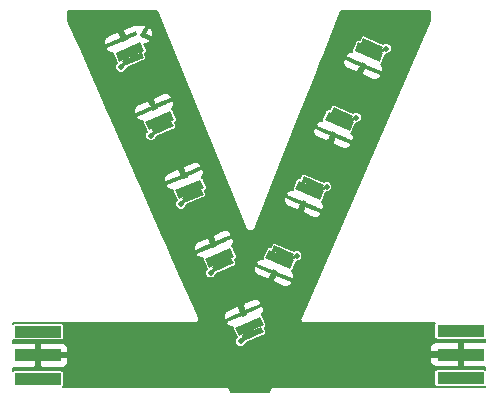
<source format=gtl>
G04 #@! TF.FileFunction,Copper,L1,Top,Signal*
%FSLAX46Y46*%
G04 Gerber Fmt 4.6, Leading zero omitted, Abs format (unit mm)*
G04 Created by KiCad (PCBNEW 4.0.0-rc2-stable) date 3/3/2016 3:48:31 PM*
%MOMM*%
G01*
G04 APERTURE LIST*
%ADD10C,0.150000*%
%ADD11C,0.500000*%
%ADD12R,4.000000X1.000000*%
%ADD13C,0.600000*%
%ADD14C,0.254000*%
%ADD15C,0.152400*%
G04 APERTURE END LIST*
D10*
G36*
X76600051Y-21338384D02*
X78253344Y-22050157D01*
X78055629Y-22509406D01*
X76402336Y-21797633D01*
X76600051Y-21338384D01*
X76600051Y-21338384D01*
G37*
G36*
X75583523Y-23067335D02*
X77696065Y-23976822D01*
X77569527Y-24270741D01*
X75456985Y-23361254D01*
X75583523Y-23067335D01*
X75583523Y-23067335D01*
G37*
G36*
X76172712Y-21698776D02*
X78285254Y-22608263D01*
X77968910Y-23343060D01*
X75856368Y-22433573D01*
X76172712Y-21698776D01*
X76172712Y-21698776D01*
G37*
D11*
X78509122Y-22214711D03*
D10*
G36*
X74083282Y-27184297D02*
X75736575Y-27896070D01*
X75538860Y-28355319D01*
X73885567Y-27643546D01*
X74083282Y-27184297D01*
X74083282Y-27184297D01*
G37*
G36*
X73066754Y-28913248D02*
X75179296Y-29822735D01*
X75052758Y-30116654D01*
X72940216Y-29207167D01*
X73066754Y-28913248D01*
X73066754Y-28913248D01*
G37*
G36*
X73655943Y-27544689D02*
X75768485Y-28454176D01*
X75452141Y-29188973D01*
X73339599Y-28279486D01*
X73655943Y-27544689D01*
X73655943Y-27544689D01*
G37*
D11*
X75992353Y-28060624D03*
D10*
G36*
X71566513Y-33030206D02*
X73219806Y-33741979D01*
X73022091Y-34201228D01*
X71368798Y-33489455D01*
X71566513Y-33030206D01*
X71566513Y-33030206D01*
G37*
G36*
X70549985Y-34759157D02*
X72662527Y-35668644D01*
X72535989Y-35962563D01*
X70423447Y-35053076D01*
X70549985Y-34759157D01*
X70549985Y-34759157D01*
G37*
G36*
X71139174Y-33390598D02*
X73251716Y-34300085D01*
X72935372Y-35034882D01*
X70822830Y-34125395D01*
X71139174Y-33390598D01*
X71139174Y-33390598D01*
G37*
D11*
X73475584Y-33906533D03*
D10*
G36*
X69049743Y-38876119D02*
X70703036Y-39587892D01*
X70505321Y-40047141D01*
X68852028Y-39335368D01*
X69049743Y-38876119D01*
X69049743Y-38876119D01*
G37*
G36*
X68033215Y-40605070D02*
X70145757Y-41514557D01*
X70019219Y-41808476D01*
X67906677Y-40898989D01*
X68033215Y-40605070D01*
X68033215Y-40605070D01*
G37*
G36*
X68622404Y-39236511D02*
X70734946Y-40145998D01*
X70418602Y-40880795D01*
X68306060Y-39971308D01*
X68622404Y-39236511D01*
X68622404Y-39236511D01*
G37*
D11*
X70958814Y-39752446D03*
D10*
G36*
X68144577Y-46214946D02*
X66494760Y-46934740D01*
X66294817Y-46476458D01*
X67944634Y-45756664D01*
X68144577Y-46214946D01*
X68144577Y-46214946D01*
G37*
G36*
X67577945Y-44291011D02*
X65469846Y-45210748D01*
X65341883Y-44917447D01*
X67449982Y-43997710D01*
X67577945Y-44291011D01*
X67577945Y-44291011D01*
G37*
G36*
X68173775Y-45656692D02*
X66065676Y-46576430D01*
X65745767Y-45843178D01*
X67853866Y-44923440D01*
X68173775Y-45656692D01*
X68173775Y-45656692D01*
G37*
D11*
X66199796Y-47008878D03*
D10*
G36*
X65610407Y-40406440D02*
X63960590Y-41126234D01*
X63760647Y-40667952D01*
X65410464Y-39948158D01*
X65610407Y-40406440D01*
X65610407Y-40406440D01*
G37*
G36*
X65043775Y-38482505D02*
X62935676Y-39402242D01*
X62807713Y-39108941D01*
X64915812Y-38189204D01*
X65043775Y-38482505D01*
X65043775Y-38482505D01*
G37*
G36*
X65639605Y-39848186D02*
X63531506Y-40767924D01*
X63211597Y-40034672D01*
X65319696Y-39114934D01*
X65639605Y-39848186D01*
X65639605Y-39848186D01*
G37*
D11*
X63665626Y-41200372D03*
D10*
G36*
X63076231Y-34597932D02*
X61426414Y-35317726D01*
X61226471Y-34859444D01*
X62876288Y-34139650D01*
X63076231Y-34597932D01*
X63076231Y-34597932D01*
G37*
G36*
X62509599Y-32673997D02*
X60401500Y-33593734D01*
X60273537Y-33300433D01*
X62381636Y-32380696D01*
X62509599Y-32673997D01*
X62509599Y-32673997D01*
G37*
G36*
X63105429Y-34039678D02*
X60997330Y-34959416D01*
X60677421Y-34226164D01*
X62785520Y-33306426D01*
X63105429Y-34039678D01*
X63105429Y-34039678D01*
G37*
D11*
X61131450Y-35391864D03*
D10*
G36*
X60542052Y-28789428D02*
X58892235Y-29509222D01*
X58692292Y-29050940D01*
X60342109Y-28331146D01*
X60542052Y-28789428D01*
X60542052Y-28789428D01*
G37*
G36*
X59975420Y-26865493D02*
X57867321Y-27785230D01*
X57739358Y-27491929D01*
X59847457Y-26572192D01*
X59975420Y-26865493D01*
X59975420Y-26865493D01*
G37*
G36*
X60571250Y-28231174D02*
X58463151Y-29150912D01*
X58143242Y-28417660D01*
X60251341Y-27497922D01*
X60571250Y-28231174D01*
X60571250Y-28231174D01*
G37*
D11*
X58597271Y-29583360D03*
D10*
G36*
X58007877Y-22980922D02*
X56358060Y-23700716D01*
X56158117Y-23242434D01*
X57807934Y-22522640D01*
X58007877Y-22980922D01*
X58007877Y-22980922D01*
G37*
G36*
X57441245Y-21056987D02*
X55333146Y-21976724D01*
X55205183Y-21683423D01*
X57313282Y-20763686D01*
X57441245Y-21056987D01*
X57441245Y-21056987D01*
G37*
G36*
X58037075Y-22422668D02*
X55928976Y-23342406D01*
X55609067Y-22609154D01*
X57717166Y-21689416D01*
X58037075Y-22422668D01*
X58037075Y-22422668D01*
G37*
D11*
X56063096Y-23774854D03*
D12*
X84825836Y-50117210D03*
X84825836Y-48117210D03*
X84825836Y-46117210D03*
D13*
X83825836Y-50117210D03*
X83825836Y-48117210D03*
X83825836Y-46117210D03*
D12*
X49020840Y-46192207D03*
X49020840Y-48192207D03*
X49020840Y-50192207D03*
D13*
X50020840Y-46192207D03*
X50020840Y-48192207D03*
X50020840Y-50192207D03*
D11*
X57960222Y-21028373D03*
D14*
X77330000Y-21920000D02*
X77070000Y-22520000D01*
X77330000Y-21920000D02*
X77070000Y-22520000D01*
X77330000Y-21920000D02*
X77070000Y-22520000D01*
X77330000Y-21920000D02*
X77070000Y-22520000D01*
X77330000Y-21920000D02*
X77070000Y-22520000D01*
X77330000Y-21920000D02*
X77070000Y-22520000D01*
X77330000Y-21920000D02*
X77070000Y-22520000D01*
X77330000Y-21920000D02*
X77070000Y-22520000D01*
X77330000Y-21920000D02*
X77070000Y-22520000D01*
X77070000Y-22520000D02*
X78510000Y-22210000D01*
X77070000Y-22520000D02*
X78510000Y-22210000D01*
X77070000Y-22520000D02*
X78510000Y-22210000D01*
X77070000Y-22520000D02*
X78510000Y-22210000D01*
X77070000Y-22520000D02*
X78510000Y-22210000D01*
X77070000Y-22520000D02*
X78510000Y-22210000D01*
X77070000Y-22520000D02*
X78510000Y-22210000D01*
X77070000Y-22520000D02*
X78510000Y-22210000D01*
X77070000Y-22520000D02*
X78510000Y-22210000D01*
X74810000Y-27770000D02*
X74550000Y-28370000D01*
X74810000Y-27770000D02*
X74550000Y-28370000D01*
X74810000Y-27770000D02*
X74550000Y-28370000D01*
X74810000Y-27770000D02*
X74550000Y-28370000D01*
X74810000Y-27770000D02*
X74550000Y-28370000D01*
X74810000Y-27770000D02*
X74550000Y-28370000D01*
X74810000Y-27770000D02*
X74550000Y-28370000D01*
X74810000Y-27770000D02*
X74550000Y-28370000D01*
X74810000Y-27770000D02*
X74550000Y-28370000D01*
X74550000Y-28370000D02*
X75990000Y-28060000D01*
X74550000Y-28370000D02*
X75990000Y-28060000D01*
X74550000Y-28370000D02*
X75990000Y-28060000D01*
X74550000Y-28370000D02*
X75990000Y-28060000D01*
X74550000Y-28370000D02*
X75990000Y-28060000D01*
X74550000Y-28370000D02*
X75990000Y-28060000D01*
X74550000Y-28370000D02*
X75990000Y-28060000D01*
X74550000Y-28370000D02*
X75990000Y-28060000D01*
X74550000Y-28370000D02*
X75990000Y-28060000D01*
X72290000Y-33620000D02*
X72040000Y-34210000D01*
X72290000Y-33620000D02*
X72040000Y-34210000D01*
X72290000Y-33620000D02*
X72040000Y-34210000D01*
X72290000Y-33620000D02*
X72040000Y-34210000D01*
X72290000Y-33620000D02*
X72040000Y-34210000D01*
X72290000Y-33620000D02*
X72040000Y-34210000D01*
X72290000Y-33620000D02*
X72040000Y-34210000D01*
X72290000Y-33620000D02*
X72040000Y-34210000D01*
X72290000Y-33620000D02*
X72040000Y-34210000D01*
X72040000Y-34210000D02*
X73480000Y-33910000D01*
X72040000Y-34210000D02*
X73480000Y-33910000D01*
X72040000Y-34210000D02*
X73480000Y-33910000D01*
X72040000Y-34210000D02*
X73480000Y-33910000D01*
X72040000Y-34210000D02*
X73480000Y-33910000D01*
X72040000Y-34210000D02*
X73480000Y-33910000D01*
X72040000Y-34210000D02*
X73480000Y-33910000D01*
X72040000Y-34210000D02*
X73480000Y-33910000D01*
X72040000Y-34210000D02*
X73480000Y-33910000D01*
X69780000Y-39460000D02*
X69520000Y-40060000D01*
X69780000Y-39460000D02*
X69520000Y-40060000D01*
X69780000Y-39460000D02*
X69520000Y-40060000D01*
X69780000Y-39460000D02*
X69520000Y-40060000D01*
X69780000Y-39460000D02*
X69520000Y-40060000D01*
X69780000Y-39460000D02*
X69520000Y-40060000D01*
X69780000Y-39460000D02*
X69520000Y-40060000D01*
X69780000Y-39460000D02*
X69520000Y-40060000D01*
X69780000Y-39460000D02*
X69520000Y-40060000D01*
X69520000Y-40060000D02*
X70960000Y-39750000D01*
X69520000Y-40060000D02*
X70960000Y-39750000D01*
X69520000Y-40060000D02*
X70960000Y-39750000D01*
X69520000Y-40060000D02*
X70960000Y-39750000D01*
X69520000Y-40060000D02*
X70960000Y-39750000D01*
X69520000Y-40060000D02*
X70960000Y-39750000D01*
X69520000Y-40060000D02*
X70960000Y-39750000D01*
X69520000Y-40060000D02*
X70960000Y-39750000D01*
X69520000Y-40060000D02*
X70960000Y-39750000D01*
X67220000Y-46350000D02*
X66960000Y-45750000D01*
X67220000Y-46350000D02*
X66960000Y-45750000D01*
X67220000Y-46350000D02*
X66960000Y-45750000D01*
X67220000Y-46350000D02*
X66960000Y-45750000D01*
X67220000Y-46350000D02*
X66960000Y-45750000D01*
X67220000Y-46350000D02*
X66960000Y-45750000D01*
X67220000Y-46350000D02*
X66960000Y-45750000D01*
X67220000Y-46350000D02*
X66960000Y-45750000D01*
X67220000Y-46350000D02*
X66960000Y-45750000D01*
X66960000Y-45750000D02*
X66200000Y-47010000D01*
X66960000Y-45750000D02*
X66200000Y-47010000D01*
X66960000Y-45750000D02*
X66200000Y-47010000D01*
X66960000Y-45750000D02*
X66200000Y-47010000D01*
X66960000Y-45750000D02*
X66200000Y-47010000D01*
X66960000Y-45750000D02*
X66200000Y-47010000D01*
X66960000Y-45750000D02*
X66200000Y-47010000D01*
X66960000Y-45750000D02*
X66200000Y-47010000D01*
X66960000Y-45750000D02*
X66200000Y-47010000D01*
X64690000Y-40540000D02*
X64430000Y-39940000D01*
X64690000Y-40540000D02*
X64430000Y-39940000D01*
X64690000Y-40540000D02*
X64430000Y-39940000D01*
X64690000Y-40540000D02*
X64430000Y-39940000D01*
X64690000Y-40540000D02*
X64430000Y-39940000D01*
X64690000Y-40540000D02*
X64430000Y-39940000D01*
X64690000Y-40540000D02*
X64430000Y-39940000D01*
X64690000Y-40540000D02*
X64430000Y-39940000D01*
X64690000Y-40540000D02*
X64430000Y-39940000D01*
X64430000Y-39940000D02*
X63670000Y-41200000D01*
X64430000Y-39940000D02*
X63670000Y-41200000D01*
X64430000Y-39940000D02*
X63670000Y-41200000D01*
X64430000Y-39940000D02*
X63670000Y-41200000D01*
X64430000Y-39940000D02*
X63670000Y-41200000D01*
X64430000Y-39940000D02*
X63670000Y-41200000D01*
X64430000Y-39940000D02*
X63670000Y-41200000D01*
X64430000Y-39940000D02*
X63670000Y-41200000D01*
X64430000Y-39940000D02*
X63670000Y-41200000D01*
X62150000Y-34730000D02*
X61890000Y-34130000D01*
X62150000Y-34730000D02*
X61890000Y-34130000D01*
X62150000Y-34730000D02*
X61890000Y-34130000D01*
X62150000Y-34730000D02*
X61890000Y-34130000D01*
X62150000Y-34730000D02*
X61890000Y-34130000D01*
X62150000Y-34730000D02*
X61890000Y-34130000D01*
X62150000Y-34730000D02*
X61890000Y-34130000D01*
X62150000Y-34730000D02*
X61890000Y-34130000D01*
X62150000Y-34730000D02*
X61890000Y-34130000D01*
X61890000Y-34130000D02*
X61130000Y-35390000D01*
X61890000Y-34130000D02*
X61130000Y-35390000D01*
X61890000Y-34130000D02*
X61130000Y-35390000D01*
X61890000Y-34130000D02*
X61130000Y-35390000D01*
X61890000Y-34130000D02*
X61130000Y-35390000D01*
X61890000Y-34130000D02*
X61130000Y-35390000D01*
X61890000Y-34130000D02*
X61130000Y-35390000D01*
X61890000Y-34130000D02*
X61130000Y-35390000D01*
X61890000Y-34130000D02*
X61130000Y-35390000D01*
X59620000Y-28920000D02*
X59360000Y-28320000D01*
X59620000Y-28920000D02*
X59360000Y-28320000D01*
X59620000Y-28920000D02*
X59360000Y-28320000D01*
X59620000Y-28920000D02*
X59360000Y-28320000D01*
X59620000Y-28920000D02*
X59360000Y-28320000D01*
X59620000Y-28920000D02*
X59360000Y-28320000D01*
X59620000Y-28920000D02*
X59360000Y-28320000D01*
X59620000Y-28920000D02*
X59360000Y-28320000D01*
X59620000Y-28920000D02*
X59360000Y-28320000D01*
X59360000Y-28320000D02*
X58600000Y-29580000D01*
X59360000Y-28320000D02*
X58600000Y-29580000D01*
X59360000Y-28320000D02*
X58600000Y-29580000D01*
X59360000Y-28320000D02*
X58600000Y-29580000D01*
X59360000Y-28320000D02*
X58600000Y-29580000D01*
X59360000Y-28320000D02*
X58600000Y-29580000D01*
X59360000Y-28320000D02*
X58600000Y-29580000D01*
X59360000Y-28320000D02*
X58600000Y-29580000D01*
X59360000Y-28320000D02*
X58600000Y-29580000D01*
X57080000Y-23110000D02*
X56820000Y-22520000D01*
X57080000Y-23110000D02*
X56820000Y-22520000D01*
X57080000Y-23110000D02*
X56820000Y-22520000D01*
X57080000Y-23110000D02*
X56820000Y-22520000D01*
X57080000Y-23110000D02*
X56820000Y-22520000D01*
X57080000Y-23110000D02*
X56820000Y-22520000D01*
X57080000Y-23110000D02*
X56820000Y-22520000D01*
X57080000Y-23110000D02*
X56820000Y-22520000D01*
X57080000Y-23110000D02*
X56820000Y-22520000D01*
X56820000Y-22520000D02*
X56060000Y-23770000D01*
X56820000Y-22520000D02*
X56060000Y-23770000D01*
X56820000Y-22520000D02*
X56060000Y-23770000D01*
X56820000Y-22520000D02*
X56060000Y-23770000D01*
X56820000Y-22520000D02*
X56060000Y-23770000D01*
X56820000Y-22520000D02*
X56060000Y-23770000D01*
X56820000Y-22520000D02*
X56060000Y-23770000D01*
X56820000Y-22520000D02*
X56060000Y-23770000D01*
X56820000Y-22520000D02*
X56060000Y-23770000D01*
D15*
G36*
X66641960Y-37495041D02*
X66642438Y-37495766D01*
X66642607Y-37496616D01*
X66672325Y-37541092D01*
X66701800Y-37585793D01*
X66702519Y-37586280D01*
X66703000Y-37587000D01*
X66747452Y-37616702D01*
X66791813Y-37646737D01*
X66792664Y-37646912D01*
X66793384Y-37647393D01*
X66845743Y-37657808D01*
X66898297Y-37668596D01*
X66899152Y-37668431D01*
X66900000Y-37668600D01*
X67130000Y-37668600D01*
X67132070Y-37668188D01*
X67134144Y-37668569D01*
X67185299Y-37657600D01*
X67236616Y-37647393D01*
X67238370Y-37646221D01*
X67240432Y-37645779D01*
X67283510Y-37616060D01*
X67327000Y-37587000D01*
X67328171Y-37585247D01*
X67329908Y-37584049D01*
X67358327Y-37540117D01*
X67387393Y-37496616D01*
X67387805Y-37494547D01*
X67388950Y-37492776D01*
X67989135Y-35980566D01*
X71469770Y-35980566D01*
X71546163Y-36172465D01*
X72198245Y-36453198D01*
X72411712Y-36545099D01*
X72644099Y-36548315D01*
X72860028Y-36462356D01*
X73026624Y-36300307D01*
X73046457Y-36254240D01*
X72970063Y-36062341D01*
X71674661Y-35504647D01*
X71469770Y-35980566D01*
X67989135Y-35980566D01*
X68314342Y-35161186D01*
X69837695Y-35161186D01*
X69923656Y-35377115D01*
X70085705Y-35543711D01*
X70299171Y-35635612D01*
X70951253Y-35916345D01*
X71143152Y-35839951D01*
X71348044Y-35364032D01*
X70052643Y-34806338D01*
X69860744Y-34882732D01*
X69840911Y-34928800D01*
X69837695Y-35161186D01*
X68314342Y-35161186D01*
X68589669Y-34467480D01*
X70039517Y-34467480D01*
X70115911Y-34659379D01*
X71411313Y-35217073D01*
X71442947Y-35143593D01*
X71769564Y-35284208D01*
X71737930Y-35357688D01*
X73033331Y-35915382D01*
X73225230Y-35838988D01*
X73245063Y-35792920D01*
X73248279Y-35560534D01*
X73162318Y-35344605D01*
X73052139Y-35231334D01*
X73096729Y-35203076D01*
X73149453Y-35127048D01*
X73465797Y-34392251D01*
X73467394Y-34385126D01*
X73570366Y-34385216D01*
X73746335Y-34312507D01*
X73881084Y-34177992D01*
X73954100Y-34002150D01*
X73954267Y-33811751D01*
X73881558Y-33635782D01*
X73747043Y-33501033D01*
X73571201Y-33428017D01*
X73380802Y-33427850D01*
X73227099Y-33491359D01*
X71658679Y-32816125D01*
X71574566Y-32797267D01*
X71483306Y-32812486D01*
X71405156Y-32862012D01*
X71352432Y-32938040D01*
X71246883Y-33183208D01*
X71231340Y-33176517D01*
X71147227Y-33157659D01*
X71055967Y-33172878D01*
X70977817Y-33222404D01*
X70925093Y-33298432D01*
X70608749Y-34033229D01*
X70589891Y-34117342D01*
X70599604Y-34175588D01*
X70441875Y-34173405D01*
X70225946Y-34259364D01*
X70059350Y-34421413D01*
X70039517Y-34467480D01*
X68589669Y-34467480D01*
X70309337Y-30134657D01*
X73986539Y-30134657D01*
X74062932Y-30326556D01*
X74715014Y-30607289D01*
X74928481Y-30699190D01*
X75160868Y-30702406D01*
X75376797Y-30616447D01*
X75543393Y-30454398D01*
X75563226Y-30408331D01*
X75486832Y-30216432D01*
X74191430Y-29658738D01*
X73986539Y-30134657D01*
X70309337Y-30134657D01*
X70634544Y-29315277D01*
X72354464Y-29315277D01*
X72440425Y-29531206D01*
X72602474Y-29697802D01*
X72815940Y-29789703D01*
X73468022Y-30070436D01*
X73659921Y-29994042D01*
X73864813Y-29518123D01*
X72569412Y-28960429D01*
X72377513Y-29036823D01*
X72357680Y-29082891D01*
X72354464Y-29315277D01*
X70634544Y-29315277D01*
X70909871Y-28621571D01*
X72556286Y-28621571D01*
X72632680Y-28813470D01*
X73928082Y-29371164D01*
X73959716Y-29297684D01*
X74286333Y-29438299D01*
X74254699Y-29511779D01*
X75550100Y-30069473D01*
X75741999Y-29993079D01*
X75761832Y-29947011D01*
X75765048Y-29714625D01*
X75679087Y-29498696D01*
X75568908Y-29385425D01*
X75613498Y-29357167D01*
X75666222Y-29281139D01*
X75982566Y-28546342D01*
X75984163Y-28539217D01*
X76087135Y-28539307D01*
X76263104Y-28466598D01*
X76397853Y-28332083D01*
X76470869Y-28156241D01*
X76471036Y-27965842D01*
X76398327Y-27789873D01*
X76263812Y-27655124D01*
X76087970Y-27582108D01*
X75897571Y-27581941D01*
X75743868Y-27645450D01*
X74175448Y-26970216D01*
X74091335Y-26951358D01*
X74000075Y-26966577D01*
X73921925Y-27016103D01*
X73869201Y-27092131D01*
X73763652Y-27337299D01*
X73748109Y-27330608D01*
X73663996Y-27311750D01*
X73572736Y-27326969D01*
X73494586Y-27376495D01*
X73441862Y-27452523D01*
X73125518Y-28187320D01*
X73106660Y-28271433D01*
X73116373Y-28329679D01*
X72958644Y-28327496D01*
X72742715Y-28413455D01*
X72576119Y-28575504D01*
X72556286Y-28621571D01*
X70909871Y-28621571D01*
X72629542Y-24288744D01*
X76503308Y-24288744D01*
X76579701Y-24480643D01*
X77231783Y-24761376D01*
X77445250Y-24853277D01*
X77677637Y-24856493D01*
X77893566Y-24770534D01*
X78060162Y-24608485D01*
X78079995Y-24562418D01*
X78003601Y-24370519D01*
X76708199Y-23812825D01*
X76503308Y-24288744D01*
X72629542Y-24288744D01*
X72954749Y-23469364D01*
X74871233Y-23469364D01*
X74957194Y-23685293D01*
X75119243Y-23851889D01*
X75332709Y-23943790D01*
X75984791Y-24224523D01*
X76176690Y-24148129D01*
X76381582Y-23672210D01*
X75086181Y-23114516D01*
X74894282Y-23190910D01*
X74874449Y-23236978D01*
X74871233Y-23469364D01*
X72954749Y-23469364D01*
X73230076Y-22775658D01*
X75073055Y-22775658D01*
X75149449Y-22967557D01*
X76444851Y-23525251D01*
X76476485Y-23451771D01*
X76803102Y-23592386D01*
X76771468Y-23665866D01*
X78066869Y-24223560D01*
X78258768Y-24147166D01*
X78278601Y-24101098D01*
X78281817Y-23868712D01*
X78195856Y-23652783D01*
X78085677Y-23539512D01*
X78130267Y-23511254D01*
X78182991Y-23435226D01*
X78499335Y-22700429D01*
X78500932Y-22693304D01*
X78603904Y-22693394D01*
X78779873Y-22620685D01*
X78914622Y-22486170D01*
X78987638Y-22310328D01*
X78987805Y-22119929D01*
X78915096Y-21943960D01*
X78780581Y-21809211D01*
X78604739Y-21736195D01*
X78414340Y-21736028D01*
X78260637Y-21799537D01*
X76692217Y-21124303D01*
X76608104Y-21105445D01*
X76516844Y-21120664D01*
X76438694Y-21170190D01*
X76385970Y-21246218D01*
X76280421Y-21491386D01*
X76264878Y-21484695D01*
X76180765Y-21465837D01*
X76089505Y-21481056D01*
X76011355Y-21530582D01*
X75958631Y-21606610D01*
X75642287Y-22341407D01*
X75623429Y-22425520D01*
X75633142Y-22483766D01*
X75475413Y-22481583D01*
X75259484Y-22567542D01*
X75092888Y-22729591D01*
X75073055Y-22775658D01*
X73230076Y-22775658D01*
X74729167Y-18998600D01*
X82231400Y-18998600D01*
X82231400Y-19921878D01*
X71274640Y-45038603D01*
X71274076Y-45041185D01*
X71272607Y-45043384D01*
X71262502Y-45094187D01*
X71251448Y-45144805D01*
X71251916Y-45147408D01*
X71251400Y-45150000D01*
X71261506Y-45200805D01*
X71270664Y-45251798D01*
X71272091Y-45254023D01*
X71272607Y-45256616D01*
X71301383Y-45299682D01*
X71329360Y-45343292D01*
X71331532Y-45344802D01*
X71333000Y-45347000D01*
X71376073Y-45375781D01*
X71418603Y-45405360D01*
X71421185Y-45405924D01*
X71423384Y-45407393D01*
X71474187Y-45417498D01*
X71524805Y-45428552D01*
X71527408Y-45428084D01*
X71530000Y-45428600D01*
X82696789Y-45428600D01*
X82663318Y-45450138D01*
X82611121Y-45526530D01*
X82592758Y-45617210D01*
X82592758Y-46617210D01*
X82608698Y-46701924D01*
X82658764Y-46779728D01*
X82735156Y-46831925D01*
X82825836Y-46850288D01*
X86825836Y-46850288D01*
X86910550Y-46834348D01*
X86931400Y-46820931D01*
X86931400Y-47033010D01*
X85149686Y-47033010D01*
X85003636Y-47179060D01*
X85003636Y-47939410D01*
X85023636Y-47939410D01*
X85023636Y-48295010D01*
X85003636Y-48295010D01*
X85003636Y-49055360D01*
X85149686Y-49201410D01*
X86931400Y-49201410D01*
X86931400Y-49412665D01*
X86916516Y-49402495D01*
X86825836Y-49384132D01*
X82825836Y-49384132D01*
X82741122Y-49400072D01*
X82663318Y-49450138D01*
X82611121Y-49526530D01*
X82592758Y-49617210D01*
X82592758Y-50617210D01*
X82608698Y-50701924D01*
X82658764Y-50779728D01*
X82735156Y-50831925D01*
X82825836Y-50850288D01*
X86825836Y-50850288D01*
X86910550Y-50834348D01*
X86931400Y-50820931D01*
X86931400Y-50871400D01*
X68910000Y-50871400D01*
X68857575Y-50881828D01*
X68804885Y-50891990D01*
X68804194Y-50892446D01*
X68803384Y-50892607D01*
X68758921Y-50922316D01*
X68714151Y-50951855D01*
X68713687Y-50952541D01*
X68713000Y-50953000D01*
X68683225Y-50997562D01*
X68653233Y-51041887D01*
X68565016Y-51251400D01*
X65414984Y-51251400D01*
X65326768Y-51041887D01*
X65296761Y-50997541D01*
X65267000Y-50953000D01*
X65266312Y-50952540D01*
X65265849Y-50951856D01*
X65221198Y-50922396D01*
X65176616Y-50892607D01*
X65175804Y-50892445D01*
X65175115Y-50891991D01*
X65122509Y-50881844D01*
X65070000Y-50871400D01*
X51164522Y-50871400D01*
X51183358Y-50859279D01*
X51235555Y-50782887D01*
X51253918Y-50692207D01*
X51253918Y-49692207D01*
X51237978Y-49607493D01*
X51187912Y-49529689D01*
X51111520Y-49477492D01*
X51020840Y-49459129D01*
X47020840Y-49459129D01*
X46936126Y-49475069D01*
X46908600Y-49492782D01*
X46908600Y-49276407D01*
X48696990Y-49276407D01*
X48843040Y-49130357D01*
X48843040Y-48370007D01*
X48823040Y-48370007D01*
X48823040Y-48130540D01*
X49121428Y-48130540D01*
X49166293Y-48479424D01*
X49198640Y-48557517D01*
X49198640Y-49130357D01*
X49344690Y-49276407D01*
X51137044Y-49276407D01*
X51351762Y-49187468D01*
X51516101Y-49023130D01*
X51605040Y-48808412D01*
X51605040Y-48516057D01*
X51458990Y-48370007D01*
X50888760Y-48370007D01*
X50920252Y-48253874D01*
X50889458Y-48014407D01*
X51458990Y-48014407D01*
X51605040Y-47868357D01*
X51605040Y-47576002D01*
X51573976Y-47501005D01*
X82241636Y-47501005D01*
X82241636Y-47793360D01*
X82387686Y-47939410D01*
X82957916Y-47939410D01*
X82926424Y-48055543D01*
X82957218Y-48295010D01*
X82387686Y-48295010D01*
X82241636Y-48441060D01*
X82241636Y-48733415D01*
X82330575Y-48948133D01*
X82494914Y-49112471D01*
X82709632Y-49201410D01*
X84501986Y-49201410D01*
X84648036Y-49055360D01*
X84648036Y-48463608D01*
X84725248Y-48178877D01*
X84680383Y-47829993D01*
X84648036Y-47751900D01*
X84648036Y-47179060D01*
X84501986Y-47033010D01*
X82709632Y-47033010D01*
X82494914Y-47121949D01*
X82330575Y-47286287D01*
X82241636Y-47501005D01*
X51573976Y-47501005D01*
X51516101Y-47361284D01*
X51351762Y-47196946D01*
X51137044Y-47108007D01*
X49344690Y-47108007D01*
X49198640Y-47254057D01*
X49198640Y-47845809D01*
X49121428Y-48130540D01*
X48823040Y-48130540D01*
X48823040Y-48014407D01*
X48843040Y-48014407D01*
X48843040Y-47254057D01*
X48696990Y-47108007D01*
X46908600Y-47108007D01*
X46908600Y-46892191D01*
X46930160Y-46906922D01*
X47020840Y-46925285D01*
X51020840Y-46925285D01*
X51105554Y-46909345D01*
X51183358Y-46859279D01*
X51235555Y-46782887D01*
X51253918Y-46692207D01*
X51253918Y-45692207D01*
X51237978Y-45607493D01*
X51187912Y-45529689D01*
X51151633Y-45504900D01*
X64960801Y-45504900D01*
X64980857Y-45550871D01*
X65148239Y-45712108D01*
X65364582Y-45797018D01*
X65522572Y-45794064D01*
X65512705Y-45845925D01*
X65532136Y-45936383D01*
X65852045Y-46669635D01*
X65856151Y-46675671D01*
X65794296Y-46737419D01*
X65721280Y-46913261D01*
X65721113Y-47103660D01*
X65793822Y-47279629D01*
X65928337Y-47414378D01*
X66104179Y-47487394D01*
X66294578Y-47487561D01*
X66470547Y-47414852D01*
X66605296Y-47280337D01*
X66676051Y-47109940D01*
X68237782Y-46428577D01*
X68309053Y-46380091D01*
X68360346Y-46303089D01*
X68377639Y-46212199D01*
X68358208Y-46121741D01*
X68251470Y-45877090D01*
X68266980Y-45870323D01*
X68338251Y-45821837D01*
X68389544Y-45744836D01*
X68406837Y-45653945D01*
X68387406Y-45563487D01*
X68067497Y-44830235D01*
X68019011Y-44758964D01*
X67969866Y-44726227D01*
X68079305Y-44612619D01*
X68164216Y-44396275D01*
X68159871Y-44163907D01*
X68139815Y-44117937D01*
X67947548Y-44042476D01*
X66654870Y-44606455D01*
X66686861Y-44679780D01*
X66360931Y-44821979D01*
X66328940Y-44748654D01*
X65036262Y-45312633D01*
X64960801Y-45504900D01*
X51151633Y-45504900D01*
X51111520Y-45477492D01*
X51020840Y-45459129D01*
X47020840Y-45459129D01*
X46936126Y-45475069D01*
X46908600Y-45492782D01*
X46908600Y-45428600D01*
X62420000Y-45428600D01*
X62423101Y-45427983D01*
X62426216Y-45428531D01*
X62476301Y-45417401D01*
X62526616Y-45407393D01*
X62529246Y-45405636D01*
X62532332Y-45404950D01*
X62574336Y-45375508D01*
X62617000Y-45347000D01*
X62618757Y-45344370D01*
X62621347Y-45342555D01*
X62648892Y-45299270D01*
X62677393Y-45256616D01*
X62678010Y-45253514D01*
X62679708Y-45250846D01*
X62688594Y-45200305D01*
X62698600Y-45150000D01*
X62697983Y-45146899D01*
X62698531Y-45143784D01*
X62687401Y-45093699D01*
X62677393Y-45043384D01*
X62675636Y-45040754D01*
X62674950Y-45037668D01*
X62575601Y-44812183D01*
X64755612Y-44812183D01*
X64759957Y-45044551D01*
X64780013Y-45090521D01*
X64972280Y-45165982D01*
X66264958Y-44602003D01*
X66057757Y-44127085D01*
X65865489Y-44051624D01*
X65214779Y-44335521D01*
X65001761Y-44428458D01*
X64840523Y-44595839D01*
X64755612Y-44812183D01*
X62575601Y-44812183D01*
X62211091Y-43984886D01*
X66383688Y-43984886D01*
X66590888Y-44459804D01*
X67883566Y-43895825D01*
X67959027Y-43703558D01*
X67938971Y-43657587D01*
X67771589Y-43496350D01*
X67555246Y-43411440D01*
X67322877Y-43415784D01*
X67109859Y-43508721D01*
X66459149Y-43792618D01*
X66383688Y-43984886D01*
X62211091Y-43984886D01*
X61260090Y-41826479D01*
X68953000Y-41826479D01*
X69029393Y-42018378D01*
X69681475Y-42299111D01*
X69894942Y-42391012D01*
X70127329Y-42394228D01*
X70343258Y-42308269D01*
X70509854Y-42146220D01*
X70529687Y-42100153D01*
X70453293Y-41908254D01*
X69157891Y-41350560D01*
X68953000Y-41826479D01*
X61260090Y-41826479D01*
X60321566Y-39696394D01*
X62426631Y-39696394D01*
X62446687Y-39742365D01*
X62614069Y-39903602D01*
X62830412Y-39988512D01*
X62988402Y-39985558D01*
X62978535Y-40037419D01*
X62997966Y-40127877D01*
X63317875Y-40861129D01*
X63321981Y-40867165D01*
X63260126Y-40928913D01*
X63187110Y-41104755D01*
X63186943Y-41295154D01*
X63259652Y-41471123D01*
X63394167Y-41605872D01*
X63570009Y-41678888D01*
X63760408Y-41679055D01*
X63936377Y-41606346D01*
X64071126Y-41471831D01*
X64141881Y-41301434D01*
X64816517Y-41007099D01*
X67320925Y-41007099D01*
X67406886Y-41223028D01*
X67568935Y-41389624D01*
X67782401Y-41481525D01*
X68434483Y-41762258D01*
X68626382Y-41685864D01*
X68831274Y-41209945D01*
X67535873Y-40652251D01*
X67343974Y-40728645D01*
X67324141Y-40774713D01*
X67320925Y-41007099D01*
X64816517Y-41007099D01*
X65703612Y-40620071D01*
X65774883Y-40571585D01*
X65826176Y-40494583D01*
X65843469Y-40403693D01*
X65824072Y-40313393D01*
X67522747Y-40313393D01*
X67599141Y-40505292D01*
X68894543Y-41062986D01*
X68926177Y-40989506D01*
X69252794Y-41130121D01*
X69221160Y-41203601D01*
X70516561Y-41761295D01*
X70708460Y-41684901D01*
X70728293Y-41638833D01*
X70731509Y-41406447D01*
X70645548Y-41190518D01*
X70535369Y-41077247D01*
X70579959Y-41048989D01*
X70632683Y-40972961D01*
X70949027Y-40238164D01*
X70950624Y-40231039D01*
X71053596Y-40231129D01*
X71229565Y-40158420D01*
X71364314Y-40023905D01*
X71437330Y-39848063D01*
X71437497Y-39657664D01*
X71364788Y-39481695D01*
X71230273Y-39346946D01*
X71054431Y-39273930D01*
X70864032Y-39273763D01*
X70710329Y-39337272D01*
X69141909Y-38662038D01*
X69057796Y-38643180D01*
X68966536Y-38658399D01*
X68888386Y-38707925D01*
X68835662Y-38783953D01*
X68730113Y-39029121D01*
X68714570Y-39022430D01*
X68630457Y-39003572D01*
X68539197Y-39018791D01*
X68461047Y-39068317D01*
X68408323Y-39144345D01*
X68091979Y-39879142D01*
X68073121Y-39963255D01*
X68082834Y-40021501D01*
X67925105Y-40019318D01*
X67709176Y-40105277D01*
X67542580Y-40267326D01*
X67522747Y-40313393D01*
X65824072Y-40313393D01*
X65824038Y-40313235D01*
X65717300Y-40068584D01*
X65732810Y-40061817D01*
X65804081Y-40013331D01*
X65855374Y-39936330D01*
X65872667Y-39845439D01*
X65853236Y-39754981D01*
X65533327Y-39021729D01*
X65484841Y-38950458D01*
X65435696Y-38917721D01*
X65545135Y-38804113D01*
X65630046Y-38587769D01*
X65625701Y-38355401D01*
X65605645Y-38309431D01*
X65413378Y-38233970D01*
X64120700Y-38797949D01*
X64152691Y-38871274D01*
X63826761Y-39013473D01*
X63794770Y-38940148D01*
X62502092Y-39504127D01*
X62426631Y-39696394D01*
X60321566Y-39696394D01*
X60016352Y-39003677D01*
X62221442Y-39003677D01*
X62225787Y-39236045D01*
X62245843Y-39282015D01*
X62438110Y-39357476D01*
X63730788Y-38793497D01*
X63523587Y-38318579D01*
X63331319Y-38243118D01*
X62680609Y-38527015D01*
X62467591Y-38619952D01*
X62306353Y-38787333D01*
X62221442Y-39003677D01*
X60016352Y-39003677D01*
X59651842Y-38176380D01*
X63849518Y-38176380D01*
X64056718Y-38651298D01*
X65349396Y-38087319D01*
X65424857Y-37895052D01*
X65404801Y-37849081D01*
X65237419Y-37687844D01*
X65021076Y-37602934D01*
X64788707Y-37607278D01*
X64575689Y-37700215D01*
X63924979Y-37984112D01*
X63849518Y-38176380D01*
X59651842Y-38176380D01*
X57762315Y-33887886D01*
X59892455Y-33887886D01*
X59912511Y-33933857D01*
X60079893Y-34095094D01*
X60296236Y-34180004D01*
X60454226Y-34177050D01*
X60444359Y-34228911D01*
X60463790Y-34319369D01*
X60783699Y-35052621D01*
X60787805Y-35058657D01*
X60725950Y-35120405D01*
X60652934Y-35296247D01*
X60652767Y-35486646D01*
X60725476Y-35662615D01*
X60859991Y-35797364D01*
X61035833Y-35870380D01*
X61226232Y-35870547D01*
X61402201Y-35797838D01*
X61536950Y-35663323D01*
X61607705Y-35492926D01*
X63169436Y-34811563D01*
X63240707Y-34763077D01*
X63292000Y-34686075D01*
X63309293Y-34595185D01*
X63289862Y-34504727D01*
X63183124Y-34260076D01*
X63198634Y-34253309D01*
X63269905Y-34204823D01*
X63321198Y-34127822D01*
X63338491Y-34036931D01*
X63319060Y-33946473D01*
X62999151Y-33213221D01*
X62950665Y-33141950D01*
X62901520Y-33109213D01*
X63010959Y-32995605D01*
X63095870Y-32779261D01*
X63091525Y-32546893D01*
X63071469Y-32500923D01*
X62879202Y-32425462D01*
X61586524Y-32989441D01*
X61618515Y-33062766D01*
X61292585Y-33204965D01*
X61260594Y-33131640D01*
X59967916Y-33695619D01*
X59892455Y-33887886D01*
X57762315Y-33887886D01*
X57457101Y-33195169D01*
X59687266Y-33195169D01*
X59691611Y-33427537D01*
X59711667Y-33473507D01*
X59903934Y-33548968D01*
X61196612Y-32984989D01*
X60989411Y-32510071D01*
X60797143Y-32434610D01*
X60146433Y-32718507D01*
X59933415Y-32811444D01*
X59772177Y-32978825D01*
X59687266Y-33195169D01*
X57457101Y-33195169D01*
X57092591Y-32367872D01*
X61315342Y-32367872D01*
X61522542Y-32842790D01*
X62815220Y-32278811D01*
X62890681Y-32086544D01*
X62870625Y-32040573D01*
X62703243Y-31879336D01*
X62486900Y-31794426D01*
X62254531Y-31798770D01*
X62041513Y-31891707D01*
X61390803Y-32175604D01*
X61315342Y-32367872D01*
X57092591Y-32367872D01*
X55203065Y-28079382D01*
X57358276Y-28079382D01*
X57378332Y-28125353D01*
X57545714Y-28286590D01*
X57762057Y-28371500D01*
X57920047Y-28368546D01*
X57910180Y-28420407D01*
X57929611Y-28510865D01*
X58249520Y-29244117D01*
X58253626Y-29250153D01*
X58191771Y-29311901D01*
X58118755Y-29487743D01*
X58118588Y-29678142D01*
X58191297Y-29854111D01*
X58325812Y-29988860D01*
X58501654Y-30061876D01*
X58692053Y-30062043D01*
X58868022Y-29989334D01*
X59002771Y-29854819D01*
X59073526Y-29684422D01*
X60635257Y-29003059D01*
X60706528Y-28954573D01*
X60757821Y-28877571D01*
X60775114Y-28786681D01*
X60755683Y-28696223D01*
X60648945Y-28451572D01*
X60664455Y-28444805D01*
X60735726Y-28396319D01*
X60787019Y-28319318D01*
X60804312Y-28228427D01*
X60784881Y-28137969D01*
X60464972Y-27404717D01*
X60416486Y-27333446D01*
X60367341Y-27300709D01*
X60476780Y-27187101D01*
X60561691Y-26970757D01*
X60557346Y-26738389D01*
X60537290Y-26692419D01*
X60345023Y-26616958D01*
X59052345Y-27180937D01*
X59084336Y-27254262D01*
X58758406Y-27396461D01*
X58726415Y-27323136D01*
X57433737Y-27887115D01*
X57358276Y-28079382D01*
X55203065Y-28079382D01*
X54897851Y-27386665D01*
X57153087Y-27386665D01*
X57157432Y-27619033D01*
X57177488Y-27665003D01*
X57369755Y-27740464D01*
X58662433Y-27176485D01*
X58455232Y-26701567D01*
X58262964Y-26626106D01*
X57612254Y-26910003D01*
X57399236Y-27002940D01*
X57237998Y-27170321D01*
X57153087Y-27386665D01*
X54897851Y-27386665D01*
X54533341Y-26559368D01*
X58781163Y-26559368D01*
X58988363Y-27034286D01*
X60281041Y-26470307D01*
X60356502Y-26278040D01*
X60336446Y-26232069D01*
X60169064Y-26070832D01*
X59952721Y-25985922D01*
X59720352Y-25990266D01*
X59507334Y-26083203D01*
X58856624Y-26367100D01*
X58781163Y-26559368D01*
X54533341Y-26559368D01*
X52643814Y-22270876D01*
X54824101Y-22270876D01*
X54844157Y-22316847D01*
X55011539Y-22478084D01*
X55227882Y-22562994D01*
X55385872Y-22560040D01*
X55376005Y-22611901D01*
X55395436Y-22702359D01*
X55715345Y-23435611D01*
X55719451Y-23441647D01*
X55657596Y-23503395D01*
X55584580Y-23679237D01*
X55584413Y-23869636D01*
X55657122Y-24045605D01*
X55791637Y-24180354D01*
X55967479Y-24253370D01*
X56157878Y-24253537D01*
X56333847Y-24180828D01*
X56468596Y-24046313D01*
X56539351Y-23875916D01*
X58101082Y-23194553D01*
X58172353Y-23146067D01*
X58223646Y-23069065D01*
X58240939Y-22978175D01*
X58221508Y-22887717D01*
X58114770Y-22643066D01*
X58130280Y-22636299D01*
X58201551Y-22587813D01*
X58252844Y-22510812D01*
X58270137Y-22419921D01*
X58250706Y-22329463D01*
X58046833Y-21862172D01*
X58130115Y-21861777D01*
X58436112Y-21733322D01*
X58552339Y-21638965D01*
X58510420Y-21468365D01*
X58013049Y-21199112D01*
X58027516Y-21162251D01*
X58024070Y-20977956D01*
X58129657Y-20977956D01*
X58629437Y-21248513D01*
X58795201Y-21190342D01*
X58793626Y-20858480D01*
X58665171Y-20552483D01*
X58570814Y-20436256D01*
X58400214Y-20478175D01*
X58129657Y-20977956D01*
X58024070Y-20977956D01*
X58023171Y-20929883D01*
X58003115Y-20883913D01*
X57939598Y-20858984D01*
X57983821Y-20839690D01*
X57955440Y-20774639D01*
X58180362Y-20359158D01*
X58122191Y-20193394D01*
X57790329Y-20194969D01*
X57632298Y-20261309D01*
X57418546Y-20177416D01*
X57186177Y-20181760D01*
X56973159Y-20274697D01*
X56322449Y-20558594D01*
X56246988Y-20750862D01*
X56454188Y-21225780D01*
X56472519Y-21217782D01*
X56536501Y-21364433D01*
X56518170Y-21372431D01*
X56550161Y-21445756D01*
X56224231Y-21587955D01*
X56192240Y-21514630D01*
X54899562Y-22078609D01*
X54824101Y-22270876D01*
X52643814Y-22270876D01*
X52338600Y-21578159D01*
X54618912Y-21578159D01*
X54623257Y-21810527D01*
X54643313Y-21856497D01*
X54835580Y-21931958D01*
X56128258Y-21367979D01*
X55921057Y-20893061D01*
X55728789Y-20817600D01*
X55078079Y-21101497D01*
X54865061Y-21194434D01*
X54703823Y-21361815D01*
X54618912Y-21578159D01*
X52338600Y-21578159D01*
X51608600Y-19921344D01*
X51608600Y-18998600D01*
X59112611Y-18998600D01*
X66641960Y-37495041D01*
X66641960Y-37495041D01*
G37*
X66641960Y-37495041D02*
X66642438Y-37495766D01*
X66642607Y-37496616D01*
X66672325Y-37541092D01*
X66701800Y-37585793D01*
X66702519Y-37586280D01*
X66703000Y-37587000D01*
X66747452Y-37616702D01*
X66791813Y-37646737D01*
X66792664Y-37646912D01*
X66793384Y-37647393D01*
X66845743Y-37657808D01*
X66898297Y-37668596D01*
X66899152Y-37668431D01*
X66900000Y-37668600D01*
X67130000Y-37668600D01*
X67132070Y-37668188D01*
X67134144Y-37668569D01*
X67185299Y-37657600D01*
X67236616Y-37647393D01*
X67238370Y-37646221D01*
X67240432Y-37645779D01*
X67283510Y-37616060D01*
X67327000Y-37587000D01*
X67328171Y-37585247D01*
X67329908Y-37584049D01*
X67358327Y-37540117D01*
X67387393Y-37496616D01*
X67387805Y-37494547D01*
X67388950Y-37492776D01*
X67989135Y-35980566D01*
X71469770Y-35980566D01*
X71546163Y-36172465D01*
X72198245Y-36453198D01*
X72411712Y-36545099D01*
X72644099Y-36548315D01*
X72860028Y-36462356D01*
X73026624Y-36300307D01*
X73046457Y-36254240D01*
X72970063Y-36062341D01*
X71674661Y-35504647D01*
X71469770Y-35980566D01*
X67989135Y-35980566D01*
X68314342Y-35161186D01*
X69837695Y-35161186D01*
X69923656Y-35377115D01*
X70085705Y-35543711D01*
X70299171Y-35635612D01*
X70951253Y-35916345D01*
X71143152Y-35839951D01*
X71348044Y-35364032D01*
X70052643Y-34806338D01*
X69860744Y-34882732D01*
X69840911Y-34928800D01*
X69837695Y-35161186D01*
X68314342Y-35161186D01*
X68589669Y-34467480D01*
X70039517Y-34467480D01*
X70115911Y-34659379D01*
X71411313Y-35217073D01*
X71442947Y-35143593D01*
X71769564Y-35284208D01*
X71737930Y-35357688D01*
X73033331Y-35915382D01*
X73225230Y-35838988D01*
X73245063Y-35792920D01*
X73248279Y-35560534D01*
X73162318Y-35344605D01*
X73052139Y-35231334D01*
X73096729Y-35203076D01*
X73149453Y-35127048D01*
X73465797Y-34392251D01*
X73467394Y-34385126D01*
X73570366Y-34385216D01*
X73746335Y-34312507D01*
X73881084Y-34177992D01*
X73954100Y-34002150D01*
X73954267Y-33811751D01*
X73881558Y-33635782D01*
X73747043Y-33501033D01*
X73571201Y-33428017D01*
X73380802Y-33427850D01*
X73227099Y-33491359D01*
X71658679Y-32816125D01*
X71574566Y-32797267D01*
X71483306Y-32812486D01*
X71405156Y-32862012D01*
X71352432Y-32938040D01*
X71246883Y-33183208D01*
X71231340Y-33176517D01*
X71147227Y-33157659D01*
X71055967Y-33172878D01*
X70977817Y-33222404D01*
X70925093Y-33298432D01*
X70608749Y-34033229D01*
X70589891Y-34117342D01*
X70599604Y-34175588D01*
X70441875Y-34173405D01*
X70225946Y-34259364D01*
X70059350Y-34421413D01*
X70039517Y-34467480D01*
X68589669Y-34467480D01*
X70309337Y-30134657D01*
X73986539Y-30134657D01*
X74062932Y-30326556D01*
X74715014Y-30607289D01*
X74928481Y-30699190D01*
X75160868Y-30702406D01*
X75376797Y-30616447D01*
X75543393Y-30454398D01*
X75563226Y-30408331D01*
X75486832Y-30216432D01*
X74191430Y-29658738D01*
X73986539Y-30134657D01*
X70309337Y-30134657D01*
X70634544Y-29315277D01*
X72354464Y-29315277D01*
X72440425Y-29531206D01*
X72602474Y-29697802D01*
X72815940Y-29789703D01*
X73468022Y-30070436D01*
X73659921Y-29994042D01*
X73864813Y-29518123D01*
X72569412Y-28960429D01*
X72377513Y-29036823D01*
X72357680Y-29082891D01*
X72354464Y-29315277D01*
X70634544Y-29315277D01*
X70909871Y-28621571D01*
X72556286Y-28621571D01*
X72632680Y-28813470D01*
X73928082Y-29371164D01*
X73959716Y-29297684D01*
X74286333Y-29438299D01*
X74254699Y-29511779D01*
X75550100Y-30069473D01*
X75741999Y-29993079D01*
X75761832Y-29947011D01*
X75765048Y-29714625D01*
X75679087Y-29498696D01*
X75568908Y-29385425D01*
X75613498Y-29357167D01*
X75666222Y-29281139D01*
X75982566Y-28546342D01*
X75984163Y-28539217D01*
X76087135Y-28539307D01*
X76263104Y-28466598D01*
X76397853Y-28332083D01*
X76470869Y-28156241D01*
X76471036Y-27965842D01*
X76398327Y-27789873D01*
X76263812Y-27655124D01*
X76087970Y-27582108D01*
X75897571Y-27581941D01*
X75743868Y-27645450D01*
X74175448Y-26970216D01*
X74091335Y-26951358D01*
X74000075Y-26966577D01*
X73921925Y-27016103D01*
X73869201Y-27092131D01*
X73763652Y-27337299D01*
X73748109Y-27330608D01*
X73663996Y-27311750D01*
X73572736Y-27326969D01*
X73494586Y-27376495D01*
X73441862Y-27452523D01*
X73125518Y-28187320D01*
X73106660Y-28271433D01*
X73116373Y-28329679D01*
X72958644Y-28327496D01*
X72742715Y-28413455D01*
X72576119Y-28575504D01*
X72556286Y-28621571D01*
X70909871Y-28621571D01*
X72629542Y-24288744D01*
X76503308Y-24288744D01*
X76579701Y-24480643D01*
X77231783Y-24761376D01*
X77445250Y-24853277D01*
X77677637Y-24856493D01*
X77893566Y-24770534D01*
X78060162Y-24608485D01*
X78079995Y-24562418D01*
X78003601Y-24370519D01*
X76708199Y-23812825D01*
X76503308Y-24288744D01*
X72629542Y-24288744D01*
X72954749Y-23469364D01*
X74871233Y-23469364D01*
X74957194Y-23685293D01*
X75119243Y-23851889D01*
X75332709Y-23943790D01*
X75984791Y-24224523D01*
X76176690Y-24148129D01*
X76381582Y-23672210D01*
X75086181Y-23114516D01*
X74894282Y-23190910D01*
X74874449Y-23236978D01*
X74871233Y-23469364D01*
X72954749Y-23469364D01*
X73230076Y-22775658D01*
X75073055Y-22775658D01*
X75149449Y-22967557D01*
X76444851Y-23525251D01*
X76476485Y-23451771D01*
X76803102Y-23592386D01*
X76771468Y-23665866D01*
X78066869Y-24223560D01*
X78258768Y-24147166D01*
X78278601Y-24101098D01*
X78281817Y-23868712D01*
X78195856Y-23652783D01*
X78085677Y-23539512D01*
X78130267Y-23511254D01*
X78182991Y-23435226D01*
X78499335Y-22700429D01*
X78500932Y-22693304D01*
X78603904Y-22693394D01*
X78779873Y-22620685D01*
X78914622Y-22486170D01*
X78987638Y-22310328D01*
X78987805Y-22119929D01*
X78915096Y-21943960D01*
X78780581Y-21809211D01*
X78604739Y-21736195D01*
X78414340Y-21736028D01*
X78260637Y-21799537D01*
X76692217Y-21124303D01*
X76608104Y-21105445D01*
X76516844Y-21120664D01*
X76438694Y-21170190D01*
X76385970Y-21246218D01*
X76280421Y-21491386D01*
X76264878Y-21484695D01*
X76180765Y-21465837D01*
X76089505Y-21481056D01*
X76011355Y-21530582D01*
X75958631Y-21606610D01*
X75642287Y-22341407D01*
X75623429Y-22425520D01*
X75633142Y-22483766D01*
X75475413Y-22481583D01*
X75259484Y-22567542D01*
X75092888Y-22729591D01*
X75073055Y-22775658D01*
X73230076Y-22775658D01*
X74729167Y-18998600D01*
X82231400Y-18998600D01*
X82231400Y-19921878D01*
X71274640Y-45038603D01*
X71274076Y-45041185D01*
X71272607Y-45043384D01*
X71262502Y-45094187D01*
X71251448Y-45144805D01*
X71251916Y-45147408D01*
X71251400Y-45150000D01*
X71261506Y-45200805D01*
X71270664Y-45251798D01*
X71272091Y-45254023D01*
X71272607Y-45256616D01*
X71301383Y-45299682D01*
X71329360Y-45343292D01*
X71331532Y-45344802D01*
X71333000Y-45347000D01*
X71376073Y-45375781D01*
X71418603Y-45405360D01*
X71421185Y-45405924D01*
X71423384Y-45407393D01*
X71474187Y-45417498D01*
X71524805Y-45428552D01*
X71527408Y-45428084D01*
X71530000Y-45428600D01*
X82696789Y-45428600D01*
X82663318Y-45450138D01*
X82611121Y-45526530D01*
X82592758Y-45617210D01*
X82592758Y-46617210D01*
X82608698Y-46701924D01*
X82658764Y-46779728D01*
X82735156Y-46831925D01*
X82825836Y-46850288D01*
X86825836Y-46850288D01*
X86910550Y-46834348D01*
X86931400Y-46820931D01*
X86931400Y-47033010D01*
X85149686Y-47033010D01*
X85003636Y-47179060D01*
X85003636Y-47939410D01*
X85023636Y-47939410D01*
X85023636Y-48295010D01*
X85003636Y-48295010D01*
X85003636Y-49055360D01*
X85149686Y-49201410D01*
X86931400Y-49201410D01*
X86931400Y-49412665D01*
X86916516Y-49402495D01*
X86825836Y-49384132D01*
X82825836Y-49384132D01*
X82741122Y-49400072D01*
X82663318Y-49450138D01*
X82611121Y-49526530D01*
X82592758Y-49617210D01*
X82592758Y-50617210D01*
X82608698Y-50701924D01*
X82658764Y-50779728D01*
X82735156Y-50831925D01*
X82825836Y-50850288D01*
X86825836Y-50850288D01*
X86910550Y-50834348D01*
X86931400Y-50820931D01*
X86931400Y-50871400D01*
X68910000Y-50871400D01*
X68857575Y-50881828D01*
X68804885Y-50891990D01*
X68804194Y-50892446D01*
X68803384Y-50892607D01*
X68758921Y-50922316D01*
X68714151Y-50951855D01*
X68713687Y-50952541D01*
X68713000Y-50953000D01*
X68683225Y-50997562D01*
X68653233Y-51041887D01*
X68565016Y-51251400D01*
X65414984Y-51251400D01*
X65326768Y-51041887D01*
X65296761Y-50997541D01*
X65267000Y-50953000D01*
X65266312Y-50952540D01*
X65265849Y-50951856D01*
X65221198Y-50922396D01*
X65176616Y-50892607D01*
X65175804Y-50892445D01*
X65175115Y-50891991D01*
X65122509Y-50881844D01*
X65070000Y-50871400D01*
X51164522Y-50871400D01*
X51183358Y-50859279D01*
X51235555Y-50782887D01*
X51253918Y-50692207D01*
X51253918Y-49692207D01*
X51237978Y-49607493D01*
X51187912Y-49529689D01*
X51111520Y-49477492D01*
X51020840Y-49459129D01*
X47020840Y-49459129D01*
X46936126Y-49475069D01*
X46908600Y-49492782D01*
X46908600Y-49276407D01*
X48696990Y-49276407D01*
X48843040Y-49130357D01*
X48843040Y-48370007D01*
X48823040Y-48370007D01*
X48823040Y-48130540D01*
X49121428Y-48130540D01*
X49166293Y-48479424D01*
X49198640Y-48557517D01*
X49198640Y-49130357D01*
X49344690Y-49276407D01*
X51137044Y-49276407D01*
X51351762Y-49187468D01*
X51516101Y-49023130D01*
X51605040Y-48808412D01*
X51605040Y-48516057D01*
X51458990Y-48370007D01*
X50888760Y-48370007D01*
X50920252Y-48253874D01*
X50889458Y-48014407D01*
X51458990Y-48014407D01*
X51605040Y-47868357D01*
X51605040Y-47576002D01*
X51573976Y-47501005D01*
X82241636Y-47501005D01*
X82241636Y-47793360D01*
X82387686Y-47939410D01*
X82957916Y-47939410D01*
X82926424Y-48055543D01*
X82957218Y-48295010D01*
X82387686Y-48295010D01*
X82241636Y-48441060D01*
X82241636Y-48733415D01*
X82330575Y-48948133D01*
X82494914Y-49112471D01*
X82709632Y-49201410D01*
X84501986Y-49201410D01*
X84648036Y-49055360D01*
X84648036Y-48463608D01*
X84725248Y-48178877D01*
X84680383Y-47829993D01*
X84648036Y-47751900D01*
X84648036Y-47179060D01*
X84501986Y-47033010D01*
X82709632Y-47033010D01*
X82494914Y-47121949D01*
X82330575Y-47286287D01*
X82241636Y-47501005D01*
X51573976Y-47501005D01*
X51516101Y-47361284D01*
X51351762Y-47196946D01*
X51137044Y-47108007D01*
X49344690Y-47108007D01*
X49198640Y-47254057D01*
X49198640Y-47845809D01*
X49121428Y-48130540D01*
X48823040Y-48130540D01*
X48823040Y-48014407D01*
X48843040Y-48014407D01*
X48843040Y-47254057D01*
X48696990Y-47108007D01*
X46908600Y-47108007D01*
X46908600Y-46892191D01*
X46930160Y-46906922D01*
X47020840Y-46925285D01*
X51020840Y-46925285D01*
X51105554Y-46909345D01*
X51183358Y-46859279D01*
X51235555Y-46782887D01*
X51253918Y-46692207D01*
X51253918Y-45692207D01*
X51237978Y-45607493D01*
X51187912Y-45529689D01*
X51151633Y-45504900D01*
X64960801Y-45504900D01*
X64980857Y-45550871D01*
X65148239Y-45712108D01*
X65364582Y-45797018D01*
X65522572Y-45794064D01*
X65512705Y-45845925D01*
X65532136Y-45936383D01*
X65852045Y-46669635D01*
X65856151Y-46675671D01*
X65794296Y-46737419D01*
X65721280Y-46913261D01*
X65721113Y-47103660D01*
X65793822Y-47279629D01*
X65928337Y-47414378D01*
X66104179Y-47487394D01*
X66294578Y-47487561D01*
X66470547Y-47414852D01*
X66605296Y-47280337D01*
X66676051Y-47109940D01*
X68237782Y-46428577D01*
X68309053Y-46380091D01*
X68360346Y-46303089D01*
X68377639Y-46212199D01*
X68358208Y-46121741D01*
X68251470Y-45877090D01*
X68266980Y-45870323D01*
X68338251Y-45821837D01*
X68389544Y-45744836D01*
X68406837Y-45653945D01*
X68387406Y-45563487D01*
X68067497Y-44830235D01*
X68019011Y-44758964D01*
X67969866Y-44726227D01*
X68079305Y-44612619D01*
X68164216Y-44396275D01*
X68159871Y-44163907D01*
X68139815Y-44117937D01*
X67947548Y-44042476D01*
X66654870Y-44606455D01*
X66686861Y-44679780D01*
X66360931Y-44821979D01*
X66328940Y-44748654D01*
X65036262Y-45312633D01*
X64960801Y-45504900D01*
X51151633Y-45504900D01*
X51111520Y-45477492D01*
X51020840Y-45459129D01*
X47020840Y-45459129D01*
X46936126Y-45475069D01*
X46908600Y-45492782D01*
X46908600Y-45428600D01*
X62420000Y-45428600D01*
X62423101Y-45427983D01*
X62426216Y-45428531D01*
X62476301Y-45417401D01*
X62526616Y-45407393D01*
X62529246Y-45405636D01*
X62532332Y-45404950D01*
X62574336Y-45375508D01*
X62617000Y-45347000D01*
X62618757Y-45344370D01*
X62621347Y-45342555D01*
X62648892Y-45299270D01*
X62677393Y-45256616D01*
X62678010Y-45253514D01*
X62679708Y-45250846D01*
X62688594Y-45200305D01*
X62698600Y-45150000D01*
X62697983Y-45146899D01*
X62698531Y-45143784D01*
X62687401Y-45093699D01*
X62677393Y-45043384D01*
X62675636Y-45040754D01*
X62674950Y-45037668D01*
X62575601Y-44812183D01*
X64755612Y-44812183D01*
X64759957Y-45044551D01*
X64780013Y-45090521D01*
X64972280Y-45165982D01*
X66264958Y-44602003D01*
X66057757Y-44127085D01*
X65865489Y-44051624D01*
X65214779Y-44335521D01*
X65001761Y-44428458D01*
X64840523Y-44595839D01*
X64755612Y-44812183D01*
X62575601Y-44812183D01*
X62211091Y-43984886D01*
X66383688Y-43984886D01*
X66590888Y-44459804D01*
X67883566Y-43895825D01*
X67959027Y-43703558D01*
X67938971Y-43657587D01*
X67771589Y-43496350D01*
X67555246Y-43411440D01*
X67322877Y-43415784D01*
X67109859Y-43508721D01*
X66459149Y-43792618D01*
X66383688Y-43984886D01*
X62211091Y-43984886D01*
X61260090Y-41826479D01*
X68953000Y-41826479D01*
X69029393Y-42018378D01*
X69681475Y-42299111D01*
X69894942Y-42391012D01*
X70127329Y-42394228D01*
X70343258Y-42308269D01*
X70509854Y-42146220D01*
X70529687Y-42100153D01*
X70453293Y-41908254D01*
X69157891Y-41350560D01*
X68953000Y-41826479D01*
X61260090Y-41826479D01*
X60321566Y-39696394D01*
X62426631Y-39696394D01*
X62446687Y-39742365D01*
X62614069Y-39903602D01*
X62830412Y-39988512D01*
X62988402Y-39985558D01*
X62978535Y-40037419D01*
X62997966Y-40127877D01*
X63317875Y-40861129D01*
X63321981Y-40867165D01*
X63260126Y-40928913D01*
X63187110Y-41104755D01*
X63186943Y-41295154D01*
X63259652Y-41471123D01*
X63394167Y-41605872D01*
X63570009Y-41678888D01*
X63760408Y-41679055D01*
X63936377Y-41606346D01*
X64071126Y-41471831D01*
X64141881Y-41301434D01*
X64816517Y-41007099D01*
X67320925Y-41007099D01*
X67406886Y-41223028D01*
X67568935Y-41389624D01*
X67782401Y-41481525D01*
X68434483Y-41762258D01*
X68626382Y-41685864D01*
X68831274Y-41209945D01*
X67535873Y-40652251D01*
X67343974Y-40728645D01*
X67324141Y-40774713D01*
X67320925Y-41007099D01*
X64816517Y-41007099D01*
X65703612Y-40620071D01*
X65774883Y-40571585D01*
X65826176Y-40494583D01*
X65843469Y-40403693D01*
X65824072Y-40313393D01*
X67522747Y-40313393D01*
X67599141Y-40505292D01*
X68894543Y-41062986D01*
X68926177Y-40989506D01*
X69252794Y-41130121D01*
X69221160Y-41203601D01*
X70516561Y-41761295D01*
X70708460Y-41684901D01*
X70728293Y-41638833D01*
X70731509Y-41406447D01*
X70645548Y-41190518D01*
X70535369Y-41077247D01*
X70579959Y-41048989D01*
X70632683Y-40972961D01*
X70949027Y-40238164D01*
X70950624Y-40231039D01*
X71053596Y-40231129D01*
X71229565Y-40158420D01*
X71364314Y-40023905D01*
X71437330Y-39848063D01*
X71437497Y-39657664D01*
X71364788Y-39481695D01*
X71230273Y-39346946D01*
X71054431Y-39273930D01*
X70864032Y-39273763D01*
X70710329Y-39337272D01*
X69141909Y-38662038D01*
X69057796Y-38643180D01*
X68966536Y-38658399D01*
X68888386Y-38707925D01*
X68835662Y-38783953D01*
X68730113Y-39029121D01*
X68714570Y-39022430D01*
X68630457Y-39003572D01*
X68539197Y-39018791D01*
X68461047Y-39068317D01*
X68408323Y-39144345D01*
X68091979Y-39879142D01*
X68073121Y-39963255D01*
X68082834Y-40021501D01*
X67925105Y-40019318D01*
X67709176Y-40105277D01*
X67542580Y-40267326D01*
X67522747Y-40313393D01*
X65824072Y-40313393D01*
X65824038Y-40313235D01*
X65717300Y-40068584D01*
X65732810Y-40061817D01*
X65804081Y-40013331D01*
X65855374Y-39936330D01*
X65872667Y-39845439D01*
X65853236Y-39754981D01*
X65533327Y-39021729D01*
X65484841Y-38950458D01*
X65435696Y-38917721D01*
X65545135Y-38804113D01*
X65630046Y-38587769D01*
X65625701Y-38355401D01*
X65605645Y-38309431D01*
X65413378Y-38233970D01*
X64120700Y-38797949D01*
X64152691Y-38871274D01*
X63826761Y-39013473D01*
X63794770Y-38940148D01*
X62502092Y-39504127D01*
X62426631Y-39696394D01*
X60321566Y-39696394D01*
X60016352Y-39003677D01*
X62221442Y-39003677D01*
X62225787Y-39236045D01*
X62245843Y-39282015D01*
X62438110Y-39357476D01*
X63730788Y-38793497D01*
X63523587Y-38318579D01*
X63331319Y-38243118D01*
X62680609Y-38527015D01*
X62467591Y-38619952D01*
X62306353Y-38787333D01*
X62221442Y-39003677D01*
X60016352Y-39003677D01*
X59651842Y-38176380D01*
X63849518Y-38176380D01*
X64056718Y-38651298D01*
X65349396Y-38087319D01*
X65424857Y-37895052D01*
X65404801Y-37849081D01*
X65237419Y-37687844D01*
X65021076Y-37602934D01*
X64788707Y-37607278D01*
X64575689Y-37700215D01*
X63924979Y-37984112D01*
X63849518Y-38176380D01*
X59651842Y-38176380D01*
X57762315Y-33887886D01*
X59892455Y-33887886D01*
X59912511Y-33933857D01*
X60079893Y-34095094D01*
X60296236Y-34180004D01*
X60454226Y-34177050D01*
X60444359Y-34228911D01*
X60463790Y-34319369D01*
X60783699Y-35052621D01*
X60787805Y-35058657D01*
X60725950Y-35120405D01*
X60652934Y-35296247D01*
X60652767Y-35486646D01*
X60725476Y-35662615D01*
X60859991Y-35797364D01*
X61035833Y-35870380D01*
X61226232Y-35870547D01*
X61402201Y-35797838D01*
X61536950Y-35663323D01*
X61607705Y-35492926D01*
X63169436Y-34811563D01*
X63240707Y-34763077D01*
X63292000Y-34686075D01*
X63309293Y-34595185D01*
X63289862Y-34504727D01*
X63183124Y-34260076D01*
X63198634Y-34253309D01*
X63269905Y-34204823D01*
X63321198Y-34127822D01*
X63338491Y-34036931D01*
X63319060Y-33946473D01*
X62999151Y-33213221D01*
X62950665Y-33141950D01*
X62901520Y-33109213D01*
X63010959Y-32995605D01*
X63095870Y-32779261D01*
X63091525Y-32546893D01*
X63071469Y-32500923D01*
X62879202Y-32425462D01*
X61586524Y-32989441D01*
X61618515Y-33062766D01*
X61292585Y-33204965D01*
X61260594Y-33131640D01*
X59967916Y-33695619D01*
X59892455Y-33887886D01*
X57762315Y-33887886D01*
X57457101Y-33195169D01*
X59687266Y-33195169D01*
X59691611Y-33427537D01*
X59711667Y-33473507D01*
X59903934Y-33548968D01*
X61196612Y-32984989D01*
X60989411Y-32510071D01*
X60797143Y-32434610D01*
X60146433Y-32718507D01*
X59933415Y-32811444D01*
X59772177Y-32978825D01*
X59687266Y-33195169D01*
X57457101Y-33195169D01*
X57092591Y-32367872D01*
X61315342Y-32367872D01*
X61522542Y-32842790D01*
X62815220Y-32278811D01*
X62890681Y-32086544D01*
X62870625Y-32040573D01*
X62703243Y-31879336D01*
X62486900Y-31794426D01*
X62254531Y-31798770D01*
X62041513Y-31891707D01*
X61390803Y-32175604D01*
X61315342Y-32367872D01*
X57092591Y-32367872D01*
X55203065Y-28079382D01*
X57358276Y-28079382D01*
X57378332Y-28125353D01*
X57545714Y-28286590D01*
X57762057Y-28371500D01*
X57920047Y-28368546D01*
X57910180Y-28420407D01*
X57929611Y-28510865D01*
X58249520Y-29244117D01*
X58253626Y-29250153D01*
X58191771Y-29311901D01*
X58118755Y-29487743D01*
X58118588Y-29678142D01*
X58191297Y-29854111D01*
X58325812Y-29988860D01*
X58501654Y-30061876D01*
X58692053Y-30062043D01*
X58868022Y-29989334D01*
X59002771Y-29854819D01*
X59073526Y-29684422D01*
X60635257Y-29003059D01*
X60706528Y-28954573D01*
X60757821Y-28877571D01*
X60775114Y-28786681D01*
X60755683Y-28696223D01*
X60648945Y-28451572D01*
X60664455Y-28444805D01*
X60735726Y-28396319D01*
X60787019Y-28319318D01*
X60804312Y-28228427D01*
X60784881Y-28137969D01*
X60464972Y-27404717D01*
X60416486Y-27333446D01*
X60367341Y-27300709D01*
X60476780Y-27187101D01*
X60561691Y-26970757D01*
X60557346Y-26738389D01*
X60537290Y-26692419D01*
X60345023Y-26616958D01*
X59052345Y-27180937D01*
X59084336Y-27254262D01*
X58758406Y-27396461D01*
X58726415Y-27323136D01*
X57433737Y-27887115D01*
X57358276Y-28079382D01*
X55203065Y-28079382D01*
X54897851Y-27386665D01*
X57153087Y-27386665D01*
X57157432Y-27619033D01*
X57177488Y-27665003D01*
X57369755Y-27740464D01*
X58662433Y-27176485D01*
X58455232Y-26701567D01*
X58262964Y-26626106D01*
X57612254Y-26910003D01*
X57399236Y-27002940D01*
X57237998Y-27170321D01*
X57153087Y-27386665D01*
X54897851Y-27386665D01*
X54533341Y-26559368D01*
X58781163Y-26559368D01*
X58988363Y-27034286D01*
X60281041Y-26470307D01*
X60356502Y-26278040D01*
X60336446Y-26232069D01*
X60169064Y-26070832D01*
X59952721Y-25985922D01*
X59720352Y-25990266D01*
X59507334Y-26083203D01*
X58856624Y-26367100D01*
X58781163Y-26559368D01*
X54533341Y-26559368D01*
X52643814Y-22270876D01*
X54824101Y-22270876D01*
X54844157Y-22316847D01*
X55011539Y-22478084D01*
X55227882Y-22562994D01*
X55385872Y-22560040D01*
X55376005Y-22611901D01*
X55395436Y-22702359D01*
X55715345Y-23435611D01*
X55719451Y-23441647D01*
X55657596Y-23503395D01*
X55584580Y-23679237D01*
X55584413Y-23869636D01*
X55657122Y-24045605D01*
X55791637Y-24180354D01*
X55967479Y-24253370D01*
X56157878Y-24253537D01*
X56333847Y-24180828D01*
X56468596Y-24046313D01*
X56539351Y-23875916D01*
X58101082Y-23194553D01*
X58172353Y-23146067D01*
X58223646Y-23069065D01*
X58240939Y-22978175D01*
X58221508Y-22887717D01*
X58114770Y-22643066D01*
X58130280Y-22636299D01*
X58201551Y-22587813D01*
X58252844Y-22510812D01*
X58270137Y-22419921D01*
X58250706Y-22329463D01*
X58046833Y-21862172D01*
X58130115Y-21861777D01*
X58436112Y-21733322D01*
X58552339Y-21638965D01*
X58510420Y-21468365D01*
X58013049Y-21199112D01*
X58027516Y-21162251D01*
X58024070Y-20977956D01*
X58129657Y-20977956D01*
X58629437Y-21248513D01*
X58795201Y-21190342D01*
X58793626Y-20858480D01*
X58665171Y-20552483D01*
X58570814Y-20436256D01*
X58400214Y-20478175D01*
X58129657Y-20977956D01*
X58024070Y-20977956D01*
X58023171Y-20929883D01*
X58003115Y-20883913D01*
X57939598Y-20858984D01*
X57983821Y-20839690D01*
X57955440Y-20774639D01*
X58180362Y-20359158D01*
X58122191Y-20193394D01*
X57790329Y-20194969D01*
X57632298Y-20261309D01*
X57418546Y-20177416D01*
X57186177Y-20181760D01*
X56973159Y-20274697D01*
X56322449Y-20558594D01*
X56246988Y-20750862D01*
X56454188Y-21225780D01*
X56472519Y-21217782D01*
X56536501Y-21364433D01*
X56518170Y-21372431D01*
X56550161Y-21445756D01*
X56224231Y-21587955D01*
X56192240Y-21514630D01*
X54899562Y-22078609D01*
X54824101Y-22270876D01*
X52643814Y-22270876D01*
X52338600Y-21578159D01*
X54618912Y-21578159D01*
X54623257Y-21810527D01*
X54643313Y-21856497D01*
X54835580Y-21931958D01*
X56128258Y-21367979D01*
X55921057Y-20893061D01*
X55728789Y-20817600D01*
X55078079Y-21101497D01*
X54865061Y-21194434D01*
X54703823Y-21361815D01*
X54618912Y-21578159D01*
X52338600Y-21578159D01*
X51608600Y-19921344D01*
X51608600Y-18998600D01*
X59112611Y-18998600D01*
X66641960Y-37495041D01*
G36*
X50266772Y-48158407D02*
X50232972Y-48192207D01*
X50266772Y-48226007D01*
X50122772Y-48370007D01*
X49918908Y-48370007D01*
X49774908Y-48226007D01*
X49808708Y-48192207D01*
X49774908Y-48158407D01*
X49918908Y-48014407D01*
X50122772Y-48014407D01*
X50266772Y-48158407D01*
X50266772Y-48158407D01*
G37*
X50266772Y-48158407D02*
X50232972Y-48192207D01*
X50266772Y-48226007D01*
X50122772Y-48370007D01*
X49918908Y-48370007D01*
X49774908Y-48226007D01*
X49808708Y-48192207D01*
X49774908Y-48158407D01*
X49918908Y-48014407D01*
X50122772Y-48014407D01*
X50266772Y-48158407D01*
G36*
X84071768Y-48083410D02*
X84037968Y-48117210D01*
X84071768Y-48151010D01*
X83927768Y-48295010D01*
X83723904Y-48295010D01*
X83579904Y-48151010D01*
X83613704Y-48117210D01*
X83579904Y-48083410D01*
X83723904Y-47939410D01*
X83927768Y-47939410D01*
X84071768Y-48083410D01*
X84071768Y-48083410D01*
G37*
X84071768Y-48083410D02*
X84037968Y-48117210D01*
X84071768Y-48151010D01*
X83927768Y-48295010D01*
X83723904Y-48295010D01*
X83579904Y-48151010D01*
X83613704Y-48117210D01*
X83579904Y-48083410D01*
X83723904Y-47939410D01*
X83927768Y-47939410D01*
X84071768Y-48083410D01*
M02*

</source>
